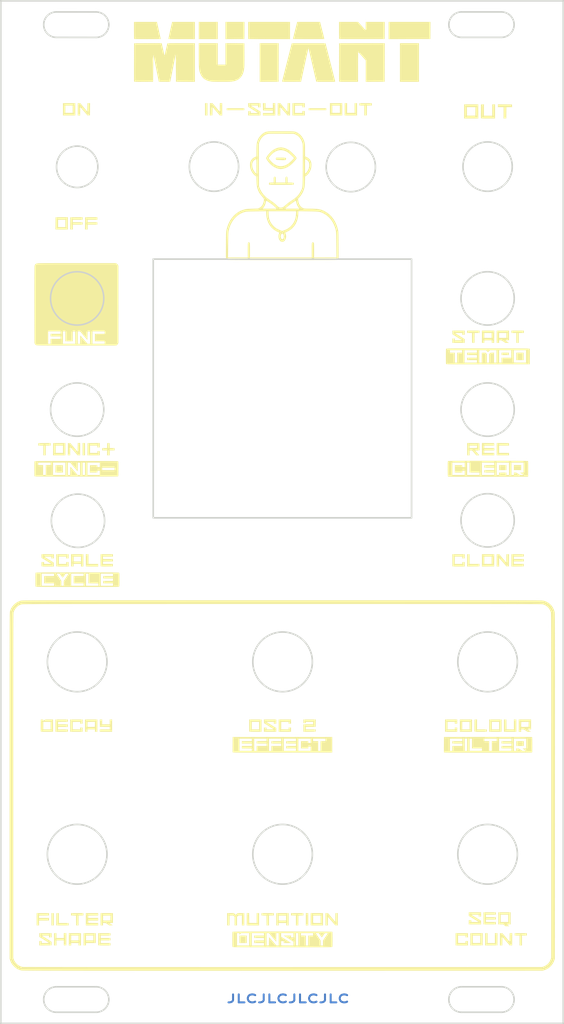
<source format=kicad_pcb>
(kicad_pcb (version 20211014) (generator pcbnew)
  (layers (0 "F.Cu" signal) (31 "B.Cu" signal) (34 "B.Paste" user) (35 "F.Paste" user) (36 "B.SilkS" user "B.Silkscreen") (37 "F.SilkS" user "F.Silkscreen") (38 "B.Mask" user) (39 "F.Mask" user) (44 "Edge.Cuts" user))
  (net 0 "")
  (footprint "Mutant - Front Panel:Mutant" (layer "F.Cu") (at 110.3 97.65)
    (fp_text reference "G***" hide)
    (fp_text value "LOGO" hide)
  )
  (gr_line (start 126.5878 100.362) (end 94.0758 100.362) (layer "Edge.Cuts") (width 0.2))
  (gr_circle (center 136.1636 72.7903) (end 139.5136 72.7903) (layer "Edge.Cuts") (width 0.2) (fill none))
  (gr_line (start 132.885235 162.492626) (end 137.885235 162.492626) (layer "Edge.Cuts") (width 0.2))
  (gr_circle (center 136.1636 118.4595) (end 139.9136 118.4595) (layer "Edge.Cuts") (width 0.2) (fill none))
  (gr_circle (center 84.6016 100.7303) (end 87.9516 100.7303) (layer "Edge.Cuts") (width 0.2) (fill none))
  (gr_arc (start 81.885235 162.492626) (mid 80.285258 160.892618) (end 81.885235 159.292626) (layer "Edge.Cuts") (width 0.2))
  (gr_line (start 74.885235 163.892626) (end 145.685235 163.892626) (layer "Edge.Cuts") (width 0.2))
  (gr_line (start 137.885235 159.292626) (end 132.885235 159.292626) (layer "Edge.Cuts") (width 0.2))
  (gr_arc (start 137.885235 159.292626) (mid 139.485258 160.892618) (end 137.885235 162.492626) (layer "Edge.Cuts") (width 0.2))
  (gr_circle (center 84.5 72.7903) (end 87.85 72.7903) (layer "Edge.Cuts") (width 0.2) (fill none))
  (gr_circle (center 136.1636 56.2295) (end 139.2636 56.2295) (layer "Edge.Cuts") (width 0.2) (fill none))
  (gr_line (start 86.885235 159.292626) (end 81.885235 159.292626) (layer "Edge.Cuts") (width 0.2))
  (gr_circle (center 84.5 86.7603) (end 87.85 86.7603) (layer "Edge.Cuts") (width 0.2) (fill none))
  (gr_circle (center 136.1636 142.6403) (end 139.9136 142.6403) (layer "Edge.Cuts") (width 0.2) (fill none))
  (gr_line (start 145.685235 163.892626) (end 145.685235 35.392626) (layer "Edge.Cuts") (width 0.2))
  (gr_circle (center 84.5 142.6403) (end 88.25 142.6403) (layer "Edge.Cuts") (width 0.2) (fill none))
  (gr_line (start 137.885235 36.792626) (end 132.885235 36.792626) (layer "Edge.Cuts") (width 0.2))
  (gr_circle (center 101.7212 56.2295) (end 104.8212 56.2295) (layer "Edge.Cuts") (width 0.2) (fill none))
  (gr_arc (start 132.885235 162.492626) (mid 131.285258 160.892618) (end 132.885235 159.292626) (layer "Edge.Cuts") (width 0.2))
  (gr_arc (start 137.885235 36.792626) (mid 139.485258 38.392618) (end 137.885235 39.992626) (layer "Edge.Cuts") (width 0.2))
  (gr_arc (start 81.884219 39.992626) (mid 80.285258 38.391602) (end 81.886251 36.792626) (layer "Edge.Cuts") (width 0.2))
  (gr_line (start 94.0758 67.85) (end 126.5878 67.85) (layer "Edge.Cuts") (width 0.2))
  (gr_circle (center 110.3572 118.4595) (end 114.1072 118.4595) (layer "Edge.Cuts") (width 0.2) (fill none))
  (gr_circle (center 84.5 118.4595) (end 88.25 118.4595) (layer "Edge.Cuts") (width 0.2) (fill none))
  (gr_line (start 81.885235 162.492626) (end 86.885235 162.492626) (layer "Edge.Cuts") (width 0.2))
  (gr_line (start 86.886251 36.795802) (end 81.886251 36.792626) (layer "Edge.Cuts") (width 0.2))
  (gr_circle (center 136.1636 100.6795) (end 139.5136 100.6795) (layer "Edge.Cuts") (width 0.2) (fill none))
  (gr_line (start 81.884219 39.992626) (end 86.884219 39.995801) (layer "Edge.Cuts") (width 0.2))
  (gr_circle (center 84.5 56.2549) (end 87.1 56.2549) (layer "Edge.Cuts") (width 0.2) (fill none))
  (gr_circle (center 110.3572 142.64035) (end 114.1072 142.64035) (layer "Edge.Cuts") (width 0.2) (fill none))
  (gr_circle (center 136.1636 86.7603) (end 139.5136 86.7603) (layer "Edge.Cuts") (width 0.2) (fill none))
  (gr_line (start 145.685235 35.392626) (end 74.885235 35.392626) (layer "Edge.Cuts") (width 0.2))
  (gr_line (start 126.5878 67.85) (end 126.5878 100.362) (layer "Edge.Cuts") (width 0.2))
  (gr_arc (start 86.886251 36.795802) (mid 88.485282 38.396834) (end 86.884219 39.995801) (layer "Edge.Cuts") (width 0.2))
  (gr_line (start 74.885235 35.392626) (end 74.885235 163.892626) (layer "Edge.Cuts") (width 0.2))
  (gr_arc (start 132.885235 39.992626) (mid 131.285258 38.392618) (end 132.885235 36.792626) (layer "Edge.Cuts") (width 0.2))
  (gr_arc (start 86.885235 159.292626) (mid 88.485258 160.892618) (end 86.885235 162.492626) (layer "Edge.Cuts") (width 0.2))
  (gr_circle (center 118.9424 56.2803) (end 122.0424 56.2803) (layer "Edge.Cuts") (width 0.2) (fill none))
  (gr_line (start 132.885235 39.992626) (end 137.885235 39.992626) (layer "Edge.Cuts") (width 0.2))
  (gr_line (start 94.0758 100.362) (end 94.0758 67.85) (layer "Edge.Cuts") (width 0.2))
  (gr_text "JLCJLCJLCJLC" (at 111.05 160.8) (layer "B.Cu") (effects (font (size 1 1.5) (thickness 0.25))))
)
</source>
